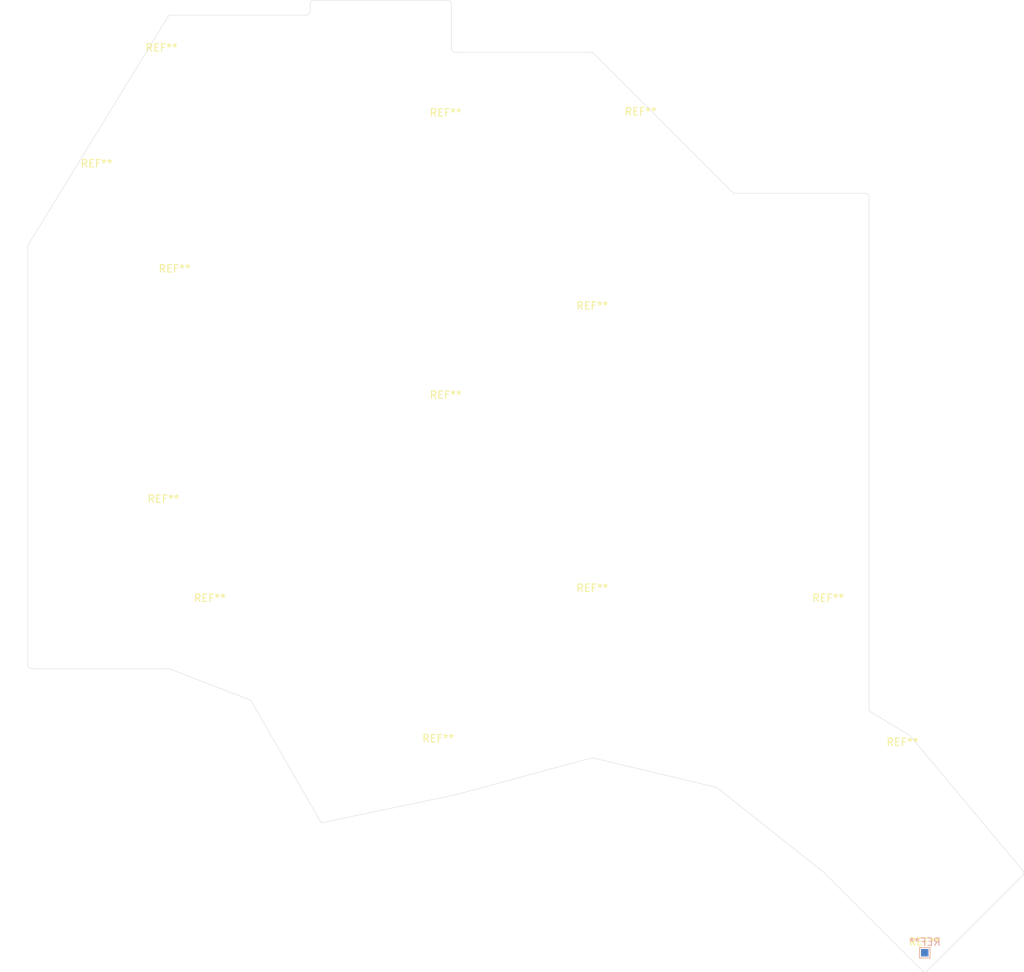
<source format=kicad_pcb>
(kicad_pcb (version 20210722) (generator pcbnew)
  (layers (0 "F.Cu" signal) (31 "B.Cu" signal) (34 "B.Paste" user) (35 "F.Paste" user) (36 "B.SilkS" user "B.Silkscreen") (37 "F.SilkS" user "F.Silkscreen") (38 "B.Mask" user) (39 "F.Mask" user) (44 "Edge.Cuts" user))
  (net 0 "")
  (footprint "MountingHole:MountingHole_3.2mm_M3_ISO7380" (layer "F.Cu") (at 28.25 45.25)
    (fp_text reference "REF**" (at 0 -3.85) (layer "F.SilkS"))
    (fp_text value "MountingHole_3.2mm_M3_ISO7380")
    (pad "1" np_thru_hole circle locked (at 0 0) (size 3.2 3.2) (drill 3.2) (layers *.Cu *.Mask))
  )
  (footprint "MountingHole:MountingHole_3.2mm_M3_ISO7380" (layer "F.Cu") (at 26.75 76.25)
    (fp_text reference "REF**" (at 0 -3.85) (layer "F.SilkS"))
    (fp_text value "MountingHole_3.2mm_M3_ISO7380")
    (pad "1" np_thru_hole circle locked (at 0 0) (size 3.2 3.2) (drill 3.2) (layers *.Cu *.Mask))
  )
  (footprint "MountingHole:MountingHole_3.2mm_M3_ISO7380" (layer "F.Cu") (at 64.75 24.25)
    (fp_text reference "REF**" (at 0 -3.85) (layer "F.SilkS"))
    (fp_text value "MountingHole_3.2mm_M3_ISO7380")
    (pad "1" np_thru_hole circle locked (at 0 0) (size 3.2 3.2) (drill 3.2) (layers *.Cu *.Mask))
  )
  (footprint "MountingHole:MountingHole_3.2mm_M3_ISO7380" (layer "F.Cu") (at 26.5 15.5)
    (fp_text reference "REF**" (at 0 -3.85) (layer "F.SilkS"))
    (fp_text value "MountingHole_3.2mm_M3_ISO7380")
    (pad "1" np_thru_hole circle locked (at 0 0) (size 3.2 3.2) (drill 3.2) (layers *.Cu *.Mask))
  )
  (footprint "MountingHole:MountingHole_5.3mm_M5_ISO7380" (layer "F.Cu") (at 116.25 91.5)
    (fp_text reference "REF**" (at 0 -5.75) (layer "F.SilkS"))
    (fp_text value "MountingHole_5.3mm_M5_ISO7380")
    (pad "1" np_thru_hole circle locked (at 0 0) (size 5.3 5.3) (drill 5.3) (layers *.Cu *.Mask))
  )
  (footprint "MountingHole:MountingHole_3.2mm_M3_ISO7380" (layer "F.Cu") (at 84.5 50.25)
    (fp_text reference "REF**" (at 0 -3.85) (layer "F.SilkS"))
    (fp_text value "MountingHole_3.2mm_M3_ISO7380")
    (pad "1" np_thru_hole circle locked (at 0 0) (size 3.2 3.2) (drill 3.2) (layers *.Cu *.Mask))
  )
  (footprint "MountingHole:MountingHole_3.2mm_M3_ISO7380" (layer "F.Cu") (at 126.25 109)
    (fp_text reference "REF**" (at 0 -3.85) (layer "F.SilkS"))
    (fp_text value "MountingHole_3.2mm_M3_ISO7380")
    (pad "1" np_thru_hole circle locked (at 0 0) (size 3.2 3.2) (drill 3.2) (layers *.Cu *.Mask))
  )
  (footprint "MountingHole:MountingHole_3.2mm_M3_ISO7380" (layer "F.Cu") (at 64.75 62.25)
    (fp_text reference "REF**" (at 0 -3.85) (layer "F.SilkS"))
    (fp_text value "MountingHole_3.2mm_M3_ISO7380")
    (pad "1" np_thru_hole circle locked (at 0 0) (size 3.2 3.2) (drill 3.2) (layers *.Cu *.Mask))
  )
  (footprint "MountingHole:MountingHole_5.3mm_M5_ISO7380" (layer "F.Cu") (at 33 91.5)
    (fp_text reference "REF**" (at 0 -5.75) (layer "F.SilkS"))
    (fp_text value "MountingHole_5.3mm_M5_ISO7380")
    (pad "1" np_thru_hole circle locked (at 0 0) (size 5.3 5.3) (drill 5.3) (layers *.Cu *.Mask))
  )
  (footprint "MountingHole:MountingHole_3.2mm_M3_ISO7380" (layer "F.Cu") (at 84.5 88.25)
    (fp_text reference "REF**" (at 0 -3.85) (layer "F.SilkS"))
    (fp_text value "MountingHole_3.2mm_M3_ISO7380")
    (pad "1" np_thru_hole circle locked (at 0 0) (size 3.2 3.2) (drill 3.2) (layers *.Cu *.Mask))
  )
  (footprint "MountingHole:MountingHole_3.2mm_M3_ISO7380" (layer "F.Cu") (at 63.75 108.5)
    (fp_text reference "REF**" (at 0 -3.85) (layer "F.SilkS"))
    (fp_text value "MountingHole_3.2mm_M3_ISO7380")
    (pad "1" np_thru_hole circle locked (at 0 0) (size 3.2 3.2) (drill 3.2) (layers *.Cu *.Mask))
  )
  (footprint "MountingHole:MountingHole_5.3mm_M5_ISO7380" (layer "F.Cu") (at 17.75 33)
    (fp_text reference "REF**" (at 0 -5.75) (layer "F.SilkS"))
    (fp_text value "MountingHole_5.3mm_M5_ISO7380")
    (pad "1" np_thru_hole circle locked (at 0 0) (size 5.3 5.3) (drill 5.3) (layers *.Cu *.Mask))
  )
  (footprint "MountingHole:MountingHole_5.3mm_M5_ISO7380" (layer "F.Cu") (at 91 26)
    (fp_text reference "REF**" (at 0 -5.75) (layer "F.SilkS"))
    (fp_text value "MountingHole_5.3mm_M5_ISO7380")
    (pad "1" np_thru_hole circle locked (at 0 0) (size 5.3 5.3) (drill 5.3) (layers *.Cu *.Mask))
  )
  (footprint "TestPoint:TestPoint_Pad_1.0x1.0mm" (layer "F.Cu") (at 129.25 133.5)
    (fp_text reference "REF**" (at 0 -1.448) (layer "F.SilkS"))
    (fp_text value "TestPoint_Pad_1.0x1.0mm")
    (fp_line (start 0.7 -0.7) (end 0.7 0.7) (layer "F.SilkS") (width 0.12))
    (fp_line (start 0.7 0.7) (end -0.7 0.7) (layer "F.SilkS") (width 0.12))
    (fp_line (start -0.7 -0.7) (end 0.7 -0.7) (layer "F.SilkS") (width 0.12))
    (fp_line (start -0.7 0.7) (end -0.7 -0.7) (layer "F.SilkS") (width 0.12))
    (pad "1" smd rect locked (at 0 0) (size 1 1) (layers "F.Cu" "F.Mask"))
  )
  (footprint "TestPoint:TestPoint_Pad_1.0x1.0mm" (layer "B.Cu") (at 129.25 133.5 180)
    (fp_text reference "REF**" (at 0 1.448) (layer "B.SilkS") (effects (justify mirror)))
    (fp_text value "TestPoint_Pad_1.0x1.0mm")
    (fp_line (start -0.7 0.7) (end 0.7 0.7) (layer "B.SilkS") (width 0.12))
    (fp_line (start 0.7 0.7) (end 0.7 -0.7) (layer "B.SilkS") (width 0.12))
    (fp_line (start -0.7 -0.7) (end -0.7 0.7) (layer "B.SilkS") (width 0.12))
    (fp_line (start 0.7 -0.7) (end -0.7 -0.7) (layer "B.SilkS") (width 0.12))
    (pad "1" smd rect locked (at 0 0 180) (size 1 1) (layers "B.Cu" "B.Mask"))
  )
  (gr_arc (start 65 5.75) (end 65.5 5.75) (angle -90) (layer "Edge.Cuts") (width 0.05))
  (gr_arc (start 121.25 31.75) (end 121.75 31.75) (angle -90) (layer "Edge.Cuts") (width 0.05))
  (gr_line (start 129.000001 135.999999) (end 115.75 122.75) (layer "Edge.Cuts") (width 0.05))
  (gr_line (start 46.5 6.75) (end 46.5 5.75) (layer "Edge.Cuts") (width 0.05))
  (gr_line (start 127.25 104.25) (end 142.499999 122.500001) (layer "Edge.Cuts") (width 0.05))
  (gr_line (start 8.5 38.25) (end 27.5 7.25) (layer "Edge.Cuts") (width 0.05))
  (gr_arc (start 46 6.75) (end 46 7.25) (angle -90) (layer "Edge.Cuts") (width 0.05))
  (gr_arc (start 9 94.75) (end 8.5 94.75) (angle -90) (layer "Edge.Cuts") (width 0.05))
  (gr_line (start 142.499999 122.999999) (end 129.499999 135.999999) (layer "Edge.Cuts") (width 0.05))
  (gr_line (start 121.75 31.75) (end 121.75 100.75) (layer "Edge.Cuts") (width 0.05))
  (gr_line (start 66 112.25) (end 48 116) (layer "Edge.Cuts") (width 0.05))
  (gr_line (start 103.5 31.25) (end 121.25 31.25) (layer "Edge.Cuts") (width 0.05))
  (gr_line (start 27.5 95.25) (end 9 95.25) (layer "Edge.Cuts") (width 0.05))
  (gr_arc (start 47 5.75) (end 47 5.25) (angle -90) (layer "Edge.Cuts") (width 0.05))
  (gr_line (start 101.25 111.25) (end 84.5 107.25) (layer "Edge.Cuts") (width 0.05))
  (gr_line (start 47 5.25) (end 65 5.25) (layer "Edge.Cuts") (width 0.05))
  (gr_line (start 8.5 94.75) (end 8.5 38.25) (layer "Edge.Cuts") (width 0.05))
  (gr_arc (start 129.25 135.75) (end 129.000001 135.999999) (angle -90) (layer "Edge.Cuts") (width 0.05))
  (gr_line (start 103.5 31.25) (end 84.5 12.25) (layer "Edge.Cuts") (width 0.05))
  (gr_line (start 84.5 107.25) (end 66 112.25) (layer "Edge.Cuts") (width 0.05))
  (gr_line (start 48 116) (end 38.5 99.5) (layer "Edge.Cuts") (width 0.05))
  (gr_line (start 115.75 122.75) (end 101.25 111.25) (layer "Edge.Cuts") (width 0.05))
  (gr_line (start 121.802786 100.973607) (end 127.25 104.25) (layer "Edge.Cuts") (width 0.05))
  (gr_arc (start 66 11.75) (end 65.5 11.75) (angle -90) (layer "Edge.Cuts") (width 0.05))
  (gr_line (start 66 12.25) (end 84.5 12.25) (layer "Edge.Cuts") (width 0.05))
  (gr_arc (start 142.25 122.75) (end 142.499999 122.999999) (angle -90) (layer "Edge.Cuts") (width 0.05))
  (gr_line (start 65.5 5.75) (end 65.5 11.75) (layer "Edge.Cuts") (width 0.05))
  (gr_line (start 27.5 7.25) (end 46 7.25) (layer "Edge.Cuts") (width 0.05))
  (gr_arc (start 122.25 100.75) (end 121.75 100.75) (angle -26.56505118) (layer "Edge.Cuts") (width 0.05))
  (gr_line (start 38.5 99.5) (end 27.5 95.25) (layer "Edge.Cuts") (width 0.05))
)
</source>
